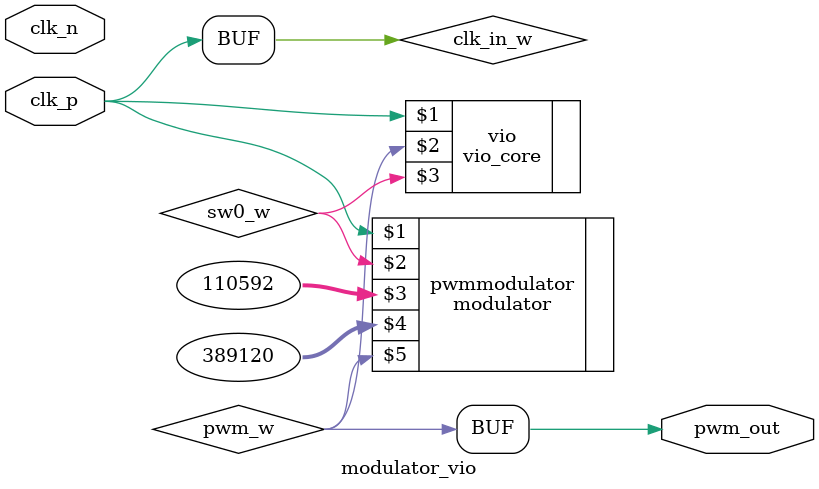
<source format=v>
`define ZEDBOARD;

`timescale 1ns / 1ps

module modulator_vio # (
    parameter this_module_is_top_p = 1'd1,      // indication is this module a top module or not, 1'd1 -> module is top, 1'd0 -> module is not top
              depth_p = 8'd8,
              width_p = 8'd12,
              cntampl_value_p = 8'hff
)(
    input clk_p,           // differential input clock signal
    input clk_n,           // differential input clock signal
    output wire pwm_out    // pulse width modulated signal
);

// Place th information about the new boards here:
`ifdef ZEDBOARD     // Zynq-7000
localparam real fclk_p = 100000000.0;
`define no_diff_clk
`endif

localparam real f_low_p = 1.0;   // first frequency for the PWM signal, specified in Hz
localparam real f_high_p = 3.5;  // second frequency for the PWM signal, specified in Hz
          
// c1_p = 95.3674, fclk_p = 100 MHz
localparam real c1_p = (fclk_p /((2**depth_p)*(2**width_p)));

// div_factor_freqhigh_p = 110592
localparam integer c2_p = (c1_p/f_high_p);
localparam integer div_factor_freqhigh_p = (c2_p *(2**width_p));

// div_factor_freqlow_p = 389120
localparam integer c3_p = (c1_p/f_low_p);
localparam integer div_factor_freqlow_p = (c3_p*(2**width_p));

wire clk_in_w;
wire pwm_w;
wire sw0_w;

`ifdef diff_clk
    IBUFGDS #(
        .DIFF_TERM("FALSE"),   // Differential Termination
        .IBUF_LOW_PWR("TRUE"), // Low power="TRUE", Highest performance="FALSE" 
        .IOSTANDARD("DEFAULT") // Specifies the I/O standard for this buffer
    ) 
    IBUFGDS_inst (
        .O (clk_in_w),  // Clock buffer output
        .I (clk_p),     // Diff_p clock buffer input
        .IB(clk_n)      // Diff_n clock buffer input
    );
        
`elsif no_diff_clk
        
    assign clk_in_w=clk_p;
`endif

assign pwm_out = pwm_w;

// Modulator module instance
modulator pwmmodulator (clk_in_w, sw0_w, div_factor_freqhigh_p, div_factor_freqlow_p, pwm_w);

// vio_core component instance
vio_core vio (clk_in_w, pwm_w, sw0_w);

endmodule

</source>
